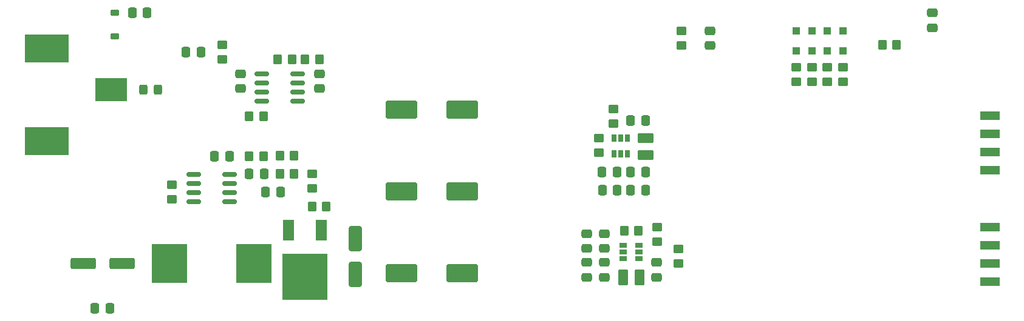
<source format=gbp>
G04 #@! TF.GenerationSoftware,KiCad,Pcbnew,7.0.7*
G04 #@! TF.CreationDate,2024-06-10T21:29:32+02:00*
G04 #@! TF.ProjectId,vfd_display,7666645f-6469-4737-906c-61792e6b6963,rev?*
G04 #@! TF.SameCoordinates,Original*
G04 #@! TF.FileFunction,Paste,Bot*
G04 #@! TF.FilePolarity,Positive*
%FSLAX46Y46*%
G04 Gerber Fmt 4.6, Leading zero omitted, Abs format (unit mm)*
G04 Created by KiCad (PCBNEW 7.0.7) date 2024-06-10 21:29:32*
%MOMM*%
%LPD*%
G01*
G04 APERTURE LIST*
G04 Aperture macros list*
%AMRoundRect*
0 Rectangle with rounded corners*
0 $1 Rounding radius*
0 $2 $3 $4 $5 $6 $7 $8 $9 X,Y pos of 4 corners*
0 Add a 4 corners polygon primitive as box body*
4,1,4,$2,$3,$4,$5,$6,$7,$8,$9,$2,$3,0*
0 Add four circle primitives for the rounded corners*
1,1,$1+$1,$2,$3*
1,1,$1+$1,$4,$5*
1,1,$1+$1,$6,$7*
1,1,$1+$1,$8,$9*
0 Add four rect primitives between the rounded corners*
20,1,$1+$1,$2,$3,$4,$5,0*
20,1,$1+$1,$4,$5,$6,$7,0*
20,1,$1+$1,$6,$7,$8,$9,0*
20,1,$1+$1,$8,$9,$2,$3,0*%
G04 Aperture macros list end*
%ADD10RoundRect,0.250000X0.300000X-0.300000X0.300000X0.300000X-0.300000X0.300000X-0.300000X-0.300000X0*%
%ADD11RoundRect,0.250000X-0.450000X0.350000X-0.450000X-0.350000X0.450000X-0.350000X0.450000X0.350000X0*%
%ADD12RoundRect,0.250000X-0.337500X-0.475000X0.337500X-0.475000X0.337500X0.475000X-0.337500X0.475000X0*%
%ADD13RoundRect,0.250000X1.500000X0.550000X-1.500000X0.550000X-1.500000X-0.550000X1.500000X-0.550000X0*%
%ADD14R,1.500000X2.900000*%
%ADD15R,6.300000X6.500000*%
%ADD16RoundRect,0.250000X0.450000X-0.350000X0.450000X0.350000X-0.450000X0.350000X-0.450000X-0.350000X0*%
%ADD17RoundRect,0.250000X0.337500X0.475000X-0.337500X0.475000X-0.337500X-0.475000X0.337500X-0.475000X0*%
%ADD18RoundRect,0.250000X0.350000X0.450000X-0.350000X0.450000X-0.350000X-0.450000X0.350000X-0.450000X0*%
%ADD19RoundRect,0.225000X-0.375000X0.225000X-0.375000X-0.225000X0.375000X-0.225000X0.375000X0.225000X0*%
%ADD20RoundRect,0.250000X-0.475000X0.337500X-0.475000X-0.337500X0.475000X-0.337500X0.475000X0.337500X0*%
%ADD21RoundRect,0.250000X-0.350000X-0.450000X0.350000X-0.450000X0.350000X0.450000X-0.350000X0.450000X0*%
%ADD22RoundRect,0.250000X0.475000X-0.337500X0.475000X0.337500X-0.475000X0.337500X-0.475000X-0.337500X0*%
%ADD23R,1.000000X0.700000*%
%ADD24R,4.900000X5.400000*%
%ADD25R,0.700000X1.000000*%
%ADD26R,6.200000X3.900000*%
%ADD27R,4.400000X3.300000*%
%ADD28RoundRect,0.250000X-0.325000X-0.450000X0.325000X-0.450000X0.325000X0.450000X-0.325000X0.450000X0*%
%ADD29RoundRect,0.250000X-1.950000X-1.000000X1.950000X-1.000000X1.950000X1.000000X-1.950000X1.000000X0*%
%ADD30RoundRect,0.250001X0.462499X0.849999X-0.462499X0.849999X-0.462499X-0.849999X0.462499X-0.849999X0*%
%ADD31RoundRect,0.150000X-0.825000X-0.150000X0.825000X-0.150000X0.825000X0.150000X-0.825000X0.150000X0*%
%ADD32RoundRect,0.150000X0.825000X0.150000X-0.825000X0.150000X-0.825000X-0.150000X0.825000X-0.150000X0*%
%ADD33R,2.750000X1.250000*%
%ADD34RoundRect,0.250000X-0.650000X1.500000X-0.650000X-1.500000X0.650000X-1.500000X0.650000X1.500000X0*%
%ADD35RoundRect,0.250001X-0.849999X0.462499X-0.849999X-0.462499X0.849999X-0.462499X0.849999X0.462499X0*%
G04 APERTURE END LIST*
D10*
X189166666Y-70540000D03*
X189166666Y-73340000D03*
D11*
X171000000Y-72540000D03*
X171000000Y-70540000D03*
X107000000Y-74500000D03*
X107000000Y-72500000D03*
D12*
X162000000Y-90287500D03*
X159925000Y-90287500D03*
D13*
X87600000Y-103000000D03*
X93000000Y-103000000D03*
D14*
X120786000Y-98390000D03*
D15*
X118500000Y-104890000D03*
D14*
X116214000Y-98390000D03*
D16*
X167600000Y-98000000D03*
X167600000Y-100000000D03*
D17*
X101925000Y-73500000D03*
X104000000Y-73500000D03*
D18*
X199000000Y-72500000D03*
X201000000Y-72500000D03*
X118500000Y-74500000D03*
X120500000Y-74500000D03*
D16*
X189166666Y-75620000D03*
X189166666Y-77620000D03*
X187000000Y-75620000D03*
X187000000Y-77620000D03*
D19*
X92000000Y-71300000D03*
X92000000Y-68000000D03*
D17*
X105925000Y-88040000D03*
X108000000Y-88040000D03*
D20*
X109500000Y-78575000D03*
X109500000Y-76500000D03*
D12*
X115075000Y-93040000D03*
X113000000Y-93040000D03*
D16*
X159500000Y-85537500D03*
X159500000Y-87537500D03*
D18*
X110750000Y-82500000D03*
X112750000Y-82500000D03*
D20*
X157750000Y-100950000D03*
X157750000Y-98875000D03*
D21*
X165000000Y-98450000D03*
X163000000Y-98450000D03*
D12*
X166000000Y-83037500D03*
X163925000Y-83037500D03*
D16*
X191333332Y-75620000D03*
X191333332Y-77620000D03*
D11*
X100000000Y-94040000D03*
X100000000Y-92040000D03*
D12*
X96500000Y-68000000D03*
X94425000Y-68000000D03*
D21*
X117000000Y-90540000D03*
X115000000Y-90540000D03*
D22*
X175000000Y-70500000D03*
X175000000Y-72575000D03*
D12*
X162037500Y-92787500D03*
X159962500Y-92787500D03*
D23*
X165100000Y-102400000D03*
X165100000Y-101450000D03*
X165100000Y-100500000D03*
X162900000Y-100500000D03*
X162900000Y-101450000D03*
X162900000Y-102400000D03*
D11*
X170600000Y-103000000D03*
X170600000Y-101000000D03*
D24*
X111400000Y-103040000D03*
X99600000Y-103040000D03*
D21*
X112750000Y-88040000D03*
X110750000Y-88040000D03*
D17*
X163925000Y-90287500D03*
X166000000Y-90287500D03*
D16*
X193500000Y-75620000D03*
X193500000Y-77620000D03*
D10*
X191333332Y-70540000D03*
X191333332Y-73340000D03*
D18*
X119500000Y-95040000D03*
X121500000Y-95040000D03*
D20*
X167500000Y-104950000D03*
X167500000Y-102875000D03*
X206000000Y-70075000D03*
X206000000Y-68000000D03*
D12*
X112825000Y-90540000D03*
X110750000Y-90540000D03*
D25*
X163500000Y-85500000D03*
X162550000Y-85500000D03*
X161600000Y-85500000D03*
X161600000Y-87700000D03*
X162550000Y-87700000D03*
X163500000Y-87700000D03*
D26*
X82500000Y-73000000D03*
X82500000Y-85900000D03*
D27*
X91500000Y-78750000D03*
D10*
X193500000Y-70540000D03*
X193500000Y-73340000D03*
D28*
X98050000Y-78750000D03*
X96000000Y-78750000D03*
D21*
X117000000Y-88000000D03*
X115000000Y-88000000D03*
D10*
X187000000Y-70540000D03*
X187000000Y-73340000D03*
D17*
X89212500Y-109290000D03*
X91287500Y-109290000D03*
D29*
X140400000Y-104360000D03*
X132000000Y-104360000D03*
D16*
X119500000Y-90540000D03*
X119500000Y-92540000D03*
D22*
X157750000Y-102875000D03*
X157750000Y-104950000D03*
D30*
X162837500Y-104950000D03*
X165162500Y-104950000D03*
D20*
X160250000Y-100950000D03*
X160250000Y-98875000D03*
D17*
X163925000Y-92787500D03*
X166000000Y-92787500D03*
D16*
X161500000Y-81450000D03*
X161500000Y-83450000D03*
D31*
X117450000Y-80310000D03*
X117450000Y-79040000D03*
X117450000Y-77770000D03*
X117450000Y-76500000D03*
X112500000Y-76500000D03*
X112500000Y-77770000D03*
X112500000Y-79040000D03*
X112500000Y-80310000D03*
D22*
X160250000Y-102875000D03*
X160250000Y-104950000D03*
D32*
X103025000Y-90635000D03*
X103025000Y-91905000D03*
X103025000Y-93175000D03*
X103025000Y-94445000D03*
X107975000Y-94445000D03*
X107975000Y-93175000D03*
X107975000Y-91905000D03*
X107975000Y-90635000D03*
D18*
X114690000Y-74500000D03*
X116690000Y-74500000D03*
D33*
X214000000Y-90000000D03*
X214000000Y-87460000D03*
X214000000Y-84920000D03*
X214000000Y-82380000D03*
X214000000Y-105620000D03*
X214000000Y-103080000D03*
X214000000Y-100540000D03*
X214000000Y-98000000D03*
D29*
X140400000Y-92930000D03*
X132000000Y-92930000D03*
D34*
X125500000Y-104540000D03*
X125500000Y-99540000D03*
D20*
X120500000Y-78575000D03*
X120500000Y-76500000D03*
D29*
X140400000Y-81500000D03*
X132000000Y-81500000D03*
D35*
X166000000Y-87862500D03*
X166000000Y-85537500D03*
M02*

</source>
